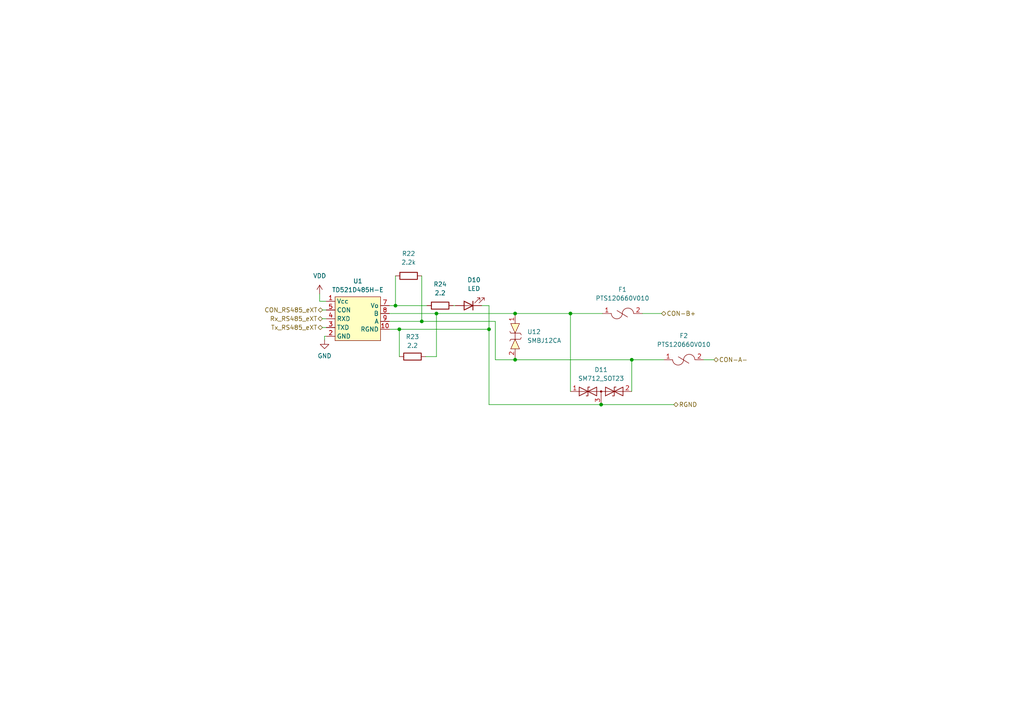
<source format=kicad_sch>
(kicad_sch (version 20230121) (generator eeschema)

  (uuid 615380be-0560-49f5-8259-733326042e88)

  (paper "A4")

  (lib_symbols
    (symbol "Device:LED" (pin_numbers hide) (pin_names (offset 1.016) hide) (in_bom yes) (on_board yes)
      (property "Reference" "D" (at 0 2.54 0)
        (effects (font (size 1.27 1.27)))
      )
      (property "Value" "LED" (at 0 -2.54 0)
        (effects (font (size 1.27 1.27)))
      )
      (property "Footprint" "" (at 0 0 0)
        (effects (font (size 1.27 1.27)) hide)
      )
      (property "Datasheet" "~" (at 0 0 0)
        (effects (font (size 1.27 1.27)) hide)
      )
      (property "ki_keywords" "LED diode" (at 0 0 0)
        (effects (font (size 1.27 1.27)) hide)
      )
      (property "ki_description" "Light emitting diode" (at 0 0 0)
        (effects (font (size 1.27 1.27)) hide)
      )
      (property "ki_fp_filters" "LED* LED_SMD:* LED_THT:*" (at 0 0 0)
        (effects (font (size 1.27 1.27)) hide)
      )
      (symbol "LED_0_1"
        (polyline
          (pts
            (xy -1.27 -1.27)
            (xy -1.27 1.27)
          )
          (stroke (width 0.254) (type default))
          (fill (type none))
        )
        (polyline
          (pts
            (xy -1.27 0)
            (xy 1.27 0)
          )
          (stroke (width 0) (type default))
          (fill (type none))
        )
        (polyline
          (pts
            (xy 1.27 -1.27)
            (xy 1.27 1.27)
            (xy -1.27 0)
            (xy 1.27 -1.27)
          )
          (stroke (width 0.254) (type default))
          (fill (type none))
        )
        (polyline
          (pts
            (xy -3.048 -0.762)
            (xy -4.572 -2.286)
            (xy -3.81 -2.286)
            (xy -4.572 -2.286)
            (xy -4.572 -1.524)
          )
          (stroke (width 0) (type default))
          (fill (type none))
        )
        (polyline
          (pts
            (xy -1.778 -0.762)
            (xy -3.302 -2.286)
            (xy -2.54 -2.286)
            (xy -3.302 -2.286)
            (xy -3.302 -1.524)
          )
          (stroke (width 0) (type default))
          (fill (type none))
        )
      )
      (symbol "LED_1_1"
        (pin passive line (at -3.81 0 0) (length 2.54)
          (name "K" (effects (font (size 1.27 1.27))))
          (number "1" (effects (font (size 1.27 1.27))))
        )
        (pin passive line (at 3.81 0 180) (length 2.54)
          (name "A" (effects (font (size 1.27 1.27))))
          (number "2" (effects (font (size 1.27 1.27))))
        )
      )
    )
    (symbol "Device:R" (pin_numbers hide) (pin_names (offset 0)) (in_bom yes) (on_board yes)
      (property "Reference" "R" (at 2.032 0 90)
        (effects (font (size 1.27 1.27)))
      )
      (property "Value" "R" (at 0 0 90)
        (effects (font (size 1.27 1.27)))
      )
      (property "Footprint" "" (at -1.778 0 90)
        (effects (font (size 1.27 1.27)) hide)
      )
      (property "Datasheet" "~" (at 0 0 0)
        (effects (font (size 1.27 1.27)) hide)
      )
      (property "ki_keywords" "R res resistor" (at 0 0 0)
        (effects (font (size 1.27 1.27)) hide)
      )
      (property "ki_description" "Resistor" (at 0 0 0)
        (effects (font (size 1.27 1.27)) hide)
      )
      (property "ki_fp_filters" "R_*" (at 0 0 0)
        (effects (font (size 1.27 1.27)) hide)
      )
      (symbol "R_0_1"
        (rectangle (start -1.016 -2.54) (end 1.016 2.54)
          (stroke (width 0.254) (type default))
          (fill (type none))
        )
      )
      (symbol "R_1_1"
        (pin passive line (at 0 3.81 270) (length 1.27)
          (name "~" (effects (font (size 1.27 1.27))))
          (number "1" (effects (font (size 1.27 1.27))))
        )
        (pin passive line (at 0 -3.81 90) (length 1.27)
          (name "~" (effects (font (size 1.27 1.27))))
          (number "2" (effects (font (size 1.27 1.27))))
        )
      )
    )
    (symbol "Diode:SM712_SOT23" (pin_names (offset 1.016) hide) (in_bom yes) (on_board yes)
      (property "Reference" "D" (at 0 4.445 0)
        (effects (font (size 1.27 1.27)))
      )
      (property "Value" "SM712_SOT23" (at 0 2.54 0)
        (effects (font (size 1.27 1.27)))
      )
      (property "Footprint" "Package_TO_SOT_SMD:SOT-23" (at 0 -8.89 0)
        (effects (font (size 1.27 1.27)) hide)
      )
      (property "Datasheet" "https://www.littelfuse.com/~/media/electronics/datasheets/tvs_diode_arrays/littelfuse_tvs_diode_array_sm712_datasheet.pdf.pdf" (at -3.81 0 0)
        (effects (font (size 1.27 1.27)) hide)
      )
      (property "ki_keywords" "transient voltage suppressor thyrector transil" (at 0 0 0)
        (effects (font (size 1.27 1.27)) hide)
      )
      (property "ki_description" "7V/12V, 600W Asymmetrical TVS Diode Array, SOT-23" (at 0 0 0)
        (effects (font (size 1.27 1.27)) hide)
      )
      (property "ki_fp_filters" "SOT?23*" (at 0 0 0)
        (effects (font (size 1.27 1.27)) hide)
      )
      (symbol "SM712_SOT23_0_0"
        (polyline
          (pts
            (xy 0 -1.27)
            (xy 0 0)
          )
          (stroke (width 0) (type default))
          (fill (type none))
        )
      )
      (symbol "SM712_SOT23_0_1"
        (polyline
          (pts
            (xy -6.35 0)
            (xy 6.35 0)
          )
          (stroke (width 0) (type default))
          (fill (type none))
        )
        (polyline
          (pts
            (xy -3.302 1.27)
            (xy -3.81 1.27)
            (xy -3.81 -1.27)
            (xy -4.318 -1.27)
          )
          (stroke (width 0.2032) (type default))
          (fill (type none))
        )
        (polyline
          (pts
            (xy 4.318 1.27)
            (xy 3.81 1.27)
            (xy 3.81 -1.27)
            (xy 3.302 -1.27)
          )
          (stroke (width 0.2032) (type default))
          (fill (type none))
        )
        (polyline
          (pts
            (xy -6.35 -1.27)
            (xy -1.27 1.27)
            (xy -1.27 -1.27)
            (xy -6.35 1.27)
            (xy -6.35 -1.27)
          )
          (stroke (width 0.2032) (type default))
          (fill (type none))
        )
        (polyline
          (pts
            (xy 1.27 -1.27)
            (xy 1.27 1.27)
            (xy 6.35 -1.27)
            (xy 6.35 1.27)
            (xy 1.27 -1.27)
          )
          (stroke (width 0.2032) (type default))
          (fill (type none))
        )
        (circle (center 0 0) (radius 0.254)
          (stroke (width 0) (type default))
          (fill (type outline))
        )
      )
      (symbol "SM712_SOT23_1_1"
        (pin passive line (at -8.89 0 0) (length 2.54)
          (name "A1" (effects (font (size 1.27 1.27))))
          (number "1" (effects (font (size 1.27 1.27))))
        )
        (pin passive line (at 8.89 0 180) (length 2.54)
          (name "A2" (effects (font (size 1.27 1.27))))
          (number "2" (effects (font (size 1.27 1.27))))
        )
        (pin input line (at 0 -3.81 90) (length 2.54)
          (name "common" (effects (font (size 1.27 1.27))))
          (number "3" (effects (font (size 1.27 1.27))))
        )
      )
    )
    (symbol "nuevos simvolos:PTS120660V010" (in_bom yes) (on_board yes)
      (property "Reference" "F" (at 0 -2.54 0)
        (effects (font (size 1.27 1.27)))
      )
      (property "Value" "PTS120660V010" (at 0 -4.064 0)
        (effects (font (size 1.27 1.27)))
      )
      (property "Footprint" "Nueva carpeta:RESC3115X65N" (at 0 -2.54 0)
        (effects (font (size 1.27 1.27)) hide)
      )
      (property "Datasheet" "https://www.mouser.com/datasheet/2/87/eaton_pts1206_6_60_volt_dc_surface_mount_resettabl-1608737.pdf" (at 0 -2.54 0)
        (effects (font (size 1.27 1.27)) hide)
      )
      (symbol "PTS120660V010_0_1"
        (arc (start -3.1877 0) (mid -1.5689 -1.5407) (end 0 0.0508)
          (stroke (width 0) (type default))
          (fill (type none))
        )
        (polyline
          (pts
            (xy -1.524 0.8636)
            (xy 1.524 -1.016)
          )
          (stroke (width 0) (type default))
          (fill (type none))
        )
        (arc (start 3.2766 0) (mid 1.6623 1.5705) (end 0 0.0508)
          (stroke (width 0) (type default))
          (fill (type none))
        )
      )
      (symbol "PTS120660V010_1_1"
        (pin input line (at -5.7404 0 0) (length 2.54)
          (name "" (effects (font (size 1.27 1.27))))
          (number "1" (effects (font (size 1.27 1.27))))
        )
        (pin output line (at 5.842 0 180) (length 2.54)
          (name "" (effects (font (size 1.27 1.27))))
          (number "2" (effects (font (size 1.27 1.27))))
        )
      )
    )
    (symbol "nuevos simvolos:SMBJ12CA" (in_bom yes) (on_board yes)
      (property "Reference" "U" (at 6.858 5.588 0)
        (effects (font (size 1.27 1.27)))
      )
      (property "Value" "SMBJ12CA" (at 6.858 4.064 0)
        (effects (font (size 1.27 1.27)))
      )
      (property "Footprint" "nuevo simbolo:SMBJ12CA" (at 6.858 5.588 0)
        (effects (font (size 1.27 1.27)) hide)
      )
      (property "Datasheet" "https://pdf1.alldatasheet.com/datasheet-pdf/view/568474/SOCAY/SMBJ12CA.html" (at 6.858 5.588 0)
        (effects (font (size 1.27 1.27)) hide)
      )
      (symbol "SMBJ12CA_0_1"
        (polyline
          (pts
            (xy 0 7.366)
            (xy 0 5.588)
          )
          (stroke (width 0) (type default))
          (fill (type none))
        )
        (polyline
          (pts
            (xy -1.524 5.08)
            (xy -1.27 5.588)
            (xy 1.524 5.588)
            (xy 1.778 6.096)
          )
          (stroke (width 0) (type default))
          (fill (type none))
        )
        (polyline
          (pts
            (xy -1.524 7.874)
            (xy -1.27 7.366)
            (xy 1.524 7.366)
            (xy 1.778 6.858)
          )
          (stroke (width 0) (type default))
          (fill (type none))
        )
        (polyline
          (pts
            (xy 0 5.588)
            (xy -1.27 2.794)
            (xy 1.27 2.794)
            (xy 0 5.588)
          )
          (stroke (width 0) (type default))
          (fill (type background))
        )
        (polyline
          (pts
            (xy 0 7.366)
            (xy -1.27 10.16)
            (xy 1.27 10.16)
            (xy 0 7.366)
          )
          (stroke (width 0) (type default))
          (fill (type background))
        )
      )
      (symbol "SMBJ12CA_1_1"
        (pin bidirectional line (at 0 12.7 270) (length 2.54)
          (name "" (effects (font (size 1.27 1.27))))
          (number "1" (effects (font (size 1.27 1.27))))
        )
        (pin bidirectional line (at 0 0.254 90) (length 2.54)
          (name "" (effects (font (size 1.27 1.27))))
          (number "2" (effects (font (size 1.27 1.27))))
        )
      )
    )
    (symbol "nuevos simvolos:TD521D485H-E" (in_bom yes) (on_board yes)
      (property "Reference" "U" (at 0 0 0)
        (effects (font (size 1.27 1.27)))
      )
      (property "Value" "TD521D485H-E" (at 0.254 -1.524 0)
        (effects (font (size 1.27 1.27)))
      )
      (property "Footprint" "nuevo simbolo:TD521D485H-E" (at 0 0 0)
        (effects (font (size 1.27 1.27)) hide)
      )
      (property "Datasheet" "https://www.digchip.com/datasheets/parts/datasheet/2/1007/TD521D485H-E-pdf.php" (at 0 0 0)
        (effects (font (size 1.27 1.27)) hide)
      )
      (symbol "TD521D485H-E_0_1"
        (rectangle (start -6.35 14.224) (end 6.858 1.524)
          (stroke (width 0) (type default))
          (fill (type background))
        )
      )
      (symbol "TD521D485H-E_1_1"
        (pin input line (at -8.89 12.954 0) (length 2.54)
          (name "Vcc" (effects (font (size 1.27 1.27))))
          (number "1" (effects (font (size 1.27 1.27))))
        )
        (pin output line (at 9.398 4.826 180) (length 2.54)
          (name "RGND" (effects (font (size 1.27 1.27))))
          (number "10" (effects (font (size 1.27 1.27))))
        )
        (pin output line (at -8.89 2.794 0) (length 2.54)
          (name "GND" (effects (font (size 1.27 1.27))))
          (number "2" (effects (font (size 1.27 1.27))))
        )
        (pin bidirectional line (at -8.89 5.334 0) (length 2.54)
          (name "TXD" (effects (font (size 1.27 1.27))))
          (number "3" (effects (font (size 1.27 1.27))))
        )
        (pin bidirectional line (at -8.89 7.874 0) (length 2.54)
          (name "RXD" (effects (font (size 1.27 1.27))))
          (number "4" (effects (font (size 1.27 1.27))))
        )
        (pin bidirectional line (at -8.89 10.414 0) (length 2.54)
          (name "CON" (effects (font (size 1.27 1.27))))
          (number "5" (effects (font (size 1.27 1.27))))
        )
        (pin output line (at 9.398 11.684 180) (length 2.54)
          (name "Vo" (effects (font (size 1.27 1.27))))
          (number "7" (effects (font (size 1.27 1.27))))
        )
        (pin bidirectional line (at 9.398 9.398 180) (length 2.54)
          (name "B" (effects (font (size 1.27 1.27))))
          (number "8" (effects (font (size 1.27 1.27))))
        )
        (pin bidirectional line (at 9.398 7.112 180) (length 2.54)
          (name "A" (effects (font (size 1.27 1.27))))
          (number "9" (effects (font (size 1.27 1.27))))
        )
      )
    )
    (symbol "power:GND" (power) (pin_names (offset 0)) (in_bom yes) (on_board yes)
      (property "Reference" "#PWR" (at 0 -6.35 0)
        (effects (font (size 1.27 1.27)) hide)
      )
      (property "Value" "GND" (at 0 -3.81 0)
        (effects (font (size 1.27 1.27)))
      )
      (property "Footprint" "" (at 0 0 0)
        (effects (font (size 1.27 1.27)) hide)
      )
      (property "Datasheet" "" (at 0 0 0)
        (effects (font (size 1.27 1.27)) hide)
      )
      (property "ki_keywords" "power-flag" (at 0 0 0)
        (effects (font (size 1.27 1.27)) hide)
      )
      (property "ki_description" "Power symbol creates a global label with name \"GND\" , ground" (at 0 0 0)
        (effects (font (size 1.27 1.27)) hide)
      )
      (symbol "GND_0_1"
        (polyline
          (pts
            (xy 0 0)
            (xy 0 -1.27)
            (xy 1.27 -1.27)
            (xy 0 -2.54)
            (xy -1.27 -1.27)
            (xy 0 -1.27)
          )
          (stroke (width 0) (type default))
          (fill (type none))
        )
      )
      (symbol "GND_1_1"
        (pin power_in line (at 0 0 270) (length 0) hide
          (name "GND" (effects (font (size 1.27 1.27))))
          (number "1" (effects (font (size 1.27 1.27))))
        )
      )
    )
    (symbol "power:VDD" (power) (pin_names (offset 0)) (in_bom yes) (on_board yes)
      (property "Reference" "#PWR" (at 0 -3.81 0)
        (effects (font (size 1.27 1.27)) hide)
      )
      (property "Value" "VDD" (at 0 3.81 0)
        (effects (font (size 1.27 1.27)))
      )
      (property "Footprint" "" (at 0 0 0)
        (effects (font (size 1.27 1.27)) hide)
      )
      (property "Datasheet" "" (at 0 0 0)
        (effects (font (size 1.27 1.27)) hide)
      )
      (property "ki_keywords" "global power" (at 0 0 0)
        (effects (font (size 1.27 1.27)) hide)
      )
      (property "ki_description" "Power symbol creates a global label with name \"VDD\"" (at 0 0 0)
        (effects (font (size 1.27 1.27)) hide)
      )
      (symbol "VDD_0_1"
        (polyline
          (pts
            (xy -0.762 1.27)
            (xy 0 2.54)
          )
          (stroke (width 0) (type default))
          (fill (type none))
        )
        (polyline
          (pts
            (xy 0 0)
            (xy 0 2.54)
          )
          (stroke (width 0) (type default))
          (fill (type none))
        )
        (polyline
          (pts
            (xy 0 2.54)
            (xy 0.762 1.27)
          )
          (stroke (width 0) (type default))
          (fill (type none))
        )
      )
      (symbol "VDD_1_1"
        (pin power_in line (at 0 0 90) (length 0) hide
          (name "VDD" (effects (font (size 1.27 1.27))))
          (number "1" (effects (font (size 1.27 1.27))))
        )
      )
    )
  )

  (junction (at 165.4556 90.932) (diameter 0) (color 0 0 0 0)
    (uuid 0d2654cc-7ce4-4edb-82d6-333e6e957b6a)
  )
  (junction (at 149.4028 104.3432) (diameter 0) (color 0 0 0 0)
    (uuid 275ee9da-6e59-47bc-81fc-e1ed6d4516af)
  )
  (junction (at 114.7064 88.646) (diameter 0) (color 0 0 0 0)
    (uuid 4a1ced73-208e-4ba2-8a61-9a0cae26a11c)
  )
  (junction (at 115.824 95.504) (diameter 0) (color 0 0 0 0)
    (uuid 6a6eae40-2699-467e-a6d0-8be602f68a4f)
  )
  (junction (at 174.3456 117.348) (diameter 0) (color 0 0 0 0)
    (uuid 84cf8bf0-317d-47ac-87a1-4ce3e9fec57b)
  )
  (junction (at 149.4028 90.932) (diameter 0) (color 0 0 0 0)
    (uuid 8611181f-ab0d-4c10-afde-dcfb398f788c)
  )
  (junction (at 122.3264 93.218) (diameter 0) (color 0 0 0 0)
    (uuid 8940aa34-8357-456a-8d0f-627d578c3569)
  )
  (junction (at 141.8336 95.504) (diameter 0) (color 0 0 0 0)
    (uuid 95c7c4cd-bdfe-4b2b-8b61-113aff4162ac)
  )
  (junction (at 126.5936 90.932) (diameter 0) (color 0 0 0 0)
    (uuid cc4c22da-2c75-482c-9aa1-8218cd407fe2)
  )
  (junction (at 183.2356 104.3432) (diameter 0) (color 0 0 0 0)
    (uuid ceb76d2d-7c5f-4e46-a832-7e35b8b85e47)
  )

  (wire (pts (xy 93.5228 92.456) (xy 94.6404 92.456))
    (stroke (width 0) (type default))
    (uuid 1236a76a-3250-454a-b6b7-f4c6767e53da)
  )
  (wire (pts (xy 165.4556 113.538) (xy 165.4556 90.932))
    (stroke (width 0) (type default))
    (uuid 129b04bd-1cf8-4434-ad99-d3c3c5a13667)
  )
  (wire (pts (xy 115.824 95.504) (xy 115.824 103.4288))
    (stroke (width 0) (type default))
    (uuid 13333bd4-6b41-4176-b8ec-94f96c8b98f0)
  )
  (wire (pts (xy 94.1324 97.536) (xy 94.6404 97.536))
    (stroke (width 0) (type default))
    (uuid 165e5ff0-bd91-4d13-bac8-d13733205fc1)
  )
  (wire (pts (xy 114.7064 80.01) (xy 114.7064 88.646))
    (stroke (width 0) (type default))
    (uuid 1664dbe7-2949-494c-84ad-83f55090145d)
  )
  (wire (pts (xy 139.7 88.646) (xy 141.8336 88.646))
    (stroke (width 0) (type default))
    (uuid 1d9adbad-66d6-4d1e-9612-97bf409d1715)
  )
  (wire (pts (xy 122.3264 80.01) (xy 122.3264 93.218))
    (stroke (width 0) (type default))
    (uuid 2054ea15-15fd-4f9e-a33e-c918761bccd5)
  )
  (wire (pts (xy 183.2356 104.3432) (xy 192.532 104.3432))
    (stroke (width 0) (type default))
    (uuid 21197a47-a145-4694-bff9-6bba66f141d3)
  )
  (wire (pts (xy 131.4704 88.646) (xy 132.08 88.646))
    (stroke (width 0) (type default))
    (uuid 2166ed2d-dfec-4fc0-8a77-df1f53968ef6)
  )
  (wire (pts (xy 174.3456 117.348) (xy 141.8336 117.348))
    (stroke (width 0) (type default))
    (uuid 2fbaa16b-6598-498d-89b7-15a2eaaaf807)
  )
  (wire (pts (xy 143.6624 104.3432) (xy 143.6624 93.218))
    (stroke (width 0) (type default))
    (uuid 31415139-a66b-4119-928c-1bae1b53b3e6)
  )
  (wire (pts (xy 165.4556 90.932) (xy 149.4028 90.932))
    (stroke (width 0) (type default))
    (uuid 318c495e-fe1f-4963-9ebb-1a9ae91ed095)
  )
  (wire (pts (xy 143.6624 93.218) (xy 122.3264 93.218))
    (stroke (width 0) (type default))
    (uuid 3277b535-0a16-40f3-86e1-1c0cb019cf9a)
  )
  (wire (pts (xy 149.4028 91.2876) (xy 149.4028 90.932))
    (stroke (width 0) (type default))
    (uuid 333c192d-4e6f-4f41-a69b-89d94be54186)
  )
  (wire (pts (xy 183.2356 113.538) (xy 183.2356 104.3432))
    (stroke (width 0) (type default))
    (uuid 3766ea73-197d-403f-8d39-72108af60639)
  )
  (wire (pts (xy 204.1144 104.3432) (xy 207.0608 104.3432))
    (stroke (width 0) (type default))
    (uuid 3b764fa5-4a56-40b0-a92d-2a63d2250e50)
  )
  (wire (pts (xy 122.3264 93.218) (xy 112.9284 93.218))
    (stroke (width 0) (type default))
    (uuid 3fa40471-aeb3-4712-8e33-3cf2de130023)
  )
  (wire (pts (xy 93.5228 94.996) (xy 94.6404 94.996))
    (stroke (width 0) (type default))
    (uuid 411033de-48f4-48f1-b296-af6ba769e22f)
  )
  (wire (pts (xy 149.4028 103.7336) (xy 149.4028 104.3432))
    (stroke (width 0) (type default))
    (uuid 460b1ea9-360e-4a80-9bd0-fd2b79d23acb)
  )
  (wire (pts (xy 92.71 85.2424) (xy 92.71 87.376))
    (stroke (width 0) (type default))
    (uuid 5dcafedd-47c6-448a-8cd6-f5438828906d)
  )
  (wire (pts (xy 141.8336 95.504) (xy 115.824 95.504))
    (stroke (width 0) (type default))
    (uuid 66f6fd57-b013-4adc-9429-34e46200ea70)
  )
  (wire (pts (xy 92.71 87.376) (xy 94.6404 87.376))
    (stroke (width 0) (type default))
    (uuid 687f993e-4415-45a4-ac6d-bc9df29919ee)
  )
  (wire (pts (xy 93.5736 89.916) (xy 94.6404 89.916))
    (stroke (width 0) (type default))
    (uuid 767d54dd-a87b-4b35-bd17-cae020674a5d)
  )
  (wire (pts (xy 126.5936 90.932) (xy 126.5936 103.4288))
    (stroke (width 0) (type default))
    (uuid 82b57d37-3644-4626-95c3-99d0125fc029)
  )
  (wire (pts (xy 149.4028 104.3432) (xy 143.6624 104.3432))
    (stroke (width 0) (type default))
    (uuid 8af700b1-8391-4add-97c4-adb45e04adb0)
  )
  (wire (pts (xy 149.4028 90.932) (xy 126.5936 90.932))
    (stroke (width 0) (type default))
    (uuid 940ec1c3-54d0-4338-92f5-f8e0ecfa10b6)
  )
  (wire (pts (xy 191.8716 90.932) (xy 186.3344 90.932))
    (stroke (width 0) (type default))
    (uuid 97b08636-28d8-48c0-9e5c-1c8acc15d1df)
  )
  (wire (pts (xy 112.9284 88.646) (xy 114.7064 88.646))
    (stroke (width 0) (type default))
    (uuid 9abeee11-e0f5-4bff-88c6-5dbac6208966)
  )
  (wire (pts (xy 126.5936 103.4288) (xy 123.444 103.4288))
    (stroke (width 0) (type default))
    (uuid 9e5c3d3b-cd20-44ca-8578-90d2c2a5982c)
  )
  (wire (pts (xy 165.4556 90.932) (xy 174.752 90.932))
    (stroke (width 0) (type default))
    (uuid b6a0b980-dc1b-40a9-930c-e3cda8ef99aa)
  )
  (wire (pts (xy 183.2356 104.3432) (xy 149.4028 104.3432))
    (stroke (width 0) (type default))
    (uuid c1e2fe1c-fc47-4ad7-841f-c75da81d6dc7)
  )
  (wire (pts (xy 114.7064 88.646) (xy 123.8504 88.646))
    (stroke (width 0) (type default))
    (uuid c9cf71cb-c96c-433f-9bf2-d3af98c7cb80)
  )
  (wire (pts (xy 112.9284 90.932) (xy 126.5936 90.932))
    (stroke (width 0) (type default))
    (uuid e463a304-04f0-4122-b20d-c6497a12f263)
  )
  (wire (pts (xy 174.3456 117.348) (xy 195.4276 117.348))
    (stroke (width 0) (type default))
    (uuid e883ca4d-f5b2-40c3-b469-85bad8d91b4d)
  )
  (wire (pts (xy 94.1324 98.6028) (xy 94.1324 97.536))
    (stroke (width 0) (type default))
    (uuid ea4db5c1-b57c-4429-8838-86bc739da0b6)
  )
  (wire (pts (xy 141.8336 117.348) (xy 141.8336 95.504))
    (stroke (width 0) (type default))
    (uuid f9b07d13-f603-4353-9927-abb94b1afe0c)
  )
  (wire (pts (xy 141.8336 88.646) (xy 141.8336 95.504))
    (stroke (width 0) (type default))
    (uuid fb919617-c953-4ca8-af34-57ef40344712)
  )
  (wire (pts (xy 112.9284 95.504) (xy 115.824 95.504))
    (stroke (width 0) (type default))
    (uuid ff33f357-abda-40fc-8068-db851797e70f)
  )

  (hierarchical_label "CON-B+" (shape bidirectional) (at 191.8716 90.932 0) (fields_autoplaced)
    (effects (font (size 1.27 1.27)) (justify left))
    (uuid 0ce68a8d-d283-4f13-8e7d-647af3bb5ff3)
  )
  (hierarchical_label "Tx_RS485_eXT" (shape bidirectional) (at 93.5228 94.996 180) (fields_autoplaced)
    (effects (font (size 1.27 1.27)) (justify right))
    (uuid 4ec52913-42b4-4c6f-9781-28f426b735f7)
  )
  (hierarchical_label "RGND" (shape bidirectional) (at 195.4276 117.348 0) (fields_autoplaced)
    (effects (font (size 1.27 1.27)) (justify left))
    (uuid 769e8e35-92f8-408d-84db-50e2af48dbc0)
  )
  (hierarchical_label "CON-A-" (shape bidirectional) (at 207.0608 104.3432 0) (fields_autoplaced)
    (effects (font (size 1.27 1.27)) (justify left))
    (uuid a9b84891-808e-4d6d-b6ee-5c102484062c)
  )
  (hierarchical_label "CON_RS485_eXT" (shape bidirectional) (at 93.5736 89.916 180) (fields_autoplaced)
    (effects (font (size 1.27 1.27)) (justify right))
    (uuid e5fbf8ae-db83-4c7b-baee-735dd1bee122)
  )
  (hierarchical_label "Rx_RS485_eXT" (shape bidirectional) (at 93.5228 92.456 180) (fields_autoplaced)
    (effects (font (size 1.27 1.27)) (justify right))
    (uuid f99a6ae2-a1dc-4f8d-9ed0-4b7180563f61)
  )

  (symbol (lib_id "Device:R") (at 118.5164 80.01 90) (unit 1)
    (in_bom yes) (on_board yes) (dnp no) (fields_autoplaced)
    (uuid 02732fd5-53a5-4134-ab3e-6a9d385388ad)
    (property "Reference" "R22" (at 118.5164 73.5584 90)
      (effects (font (size 1.27 1.27)))
    )
    (property "Value" "2.2k" (at 118.5164 76.0984 90)
      (effects (font (size 1.27 1.27)))
    )
    (property "Footprint" "Resistor_SMD:R_0805_2012Metric" (at 118.5164 81.788 90)
      (effects (font (size 1.27 1.27)) hide)
    )
    (property "Datasheet" "~" (at 118.5164 80.01 0)
      (effects (font (size 1.27 1.27)) hide)
    )
    (pin "1" (uuid 9fc281e1-d00f-4291-b6ee-507be15141e9))
    (pin "2" (uuid 079a5715-852e-4dd1-b408-7368eb27491e))
    (instances
      (project "proyecto de cuatrinestre"
        (path "/5533fec0-65a9-420e-b1e7-3a10cfc49861/2e91ef27-84bf-495f-b512-e0588cb6ef68/a0ef96df-42ca-40d1-b644-882a21ebc6a0"
          (reference "R22") (unit 1)
        )
      )
    )
  )

  (symbol (lib_id "nuevos simvolos:SMBJ12CA") (at 149.4028 103.9876 0) (unit 1)
    (in_bom yes) (on_board yes) (dnp no) (fields_autoplaced)
    (uuid 13fde627-6f26-4ff4-9198-0f95ea15fac4)
    (property "Reference" "U12" (at 152.908 96.2405 0)
      (effects (font (size 1.27 1.27)) (justify left))
    )
    (property "Value" "SMBJ12CA" (at 152.908 98.7805 0)
      (effects (font (size 1.27 1.27)) (justify left))
    )
    (property "Footprint" "nuevo simbolo:SMBJ12CA" (at 156.2608 98.3996 0)
      (effects (font (size 1.27 1.27)) hide)
    )
    (property "Datasheet" "https://pdf1.alldatasheet.com/datasheet-pdf/view/568474/SOCAY/SMBJ12CA.html" (at 156.2608 98.3996 0)
      (effects (font (size 1.27 1.27)) hide)
    )
    (pin "1" (uuid 7b6fb790-8644-41d4-9979-55e589626fdc))
    (pin "2" (uuid 8c9b6eba-b299-4614-99f3-838dfbe10bd5))
    (instances
      (project "proyecto de cuatrinestre"
        (path "/5533fec0-65a9-420e-b1e7-3a10cfc49861/2e91ef27-84bf-495f-b512-e0588cb6ef68/a0ef96df-42ca-40d1-b644-882a21ebc6a0"
          (reference "U12") (unit 1)
        )
      )
    )
  )

  (symbol (lib_id "power:GND") (at 94.1324 98.6028 0) (unit 1)
    (in_bom yes) (on_board yes) (dnp no) (fields_autoplaced)
    (uuid 36081510-f4c2-4284-894f-6f167cbdd8cf)
    (property "Reference" "#PWR0132" (at 94.1324 104.9528 0)
      (effects (font (size 1.27 1.27)) hide)
    )
    (property "Value" "GND" (at 94.1324 103.2256 0)
      (effects (font (size 1.27 1.27)))
    )
    (property "Footprint" "" (at 94.1324 98.6028 0)
      (effects (font (size 1.27 1.27)) hide)
    )
    (property "Datasheet" "" (at 94.1324 98.6028 0)
      (effects (font (size 1.27 1.27)) hide)
    )
    (pin "1" (uuid cd197b6a-db4a-4bc7-9024-6b4164f71f7e))
    (instances
      (project "proyecto de cuatrinestre"
        (path "/5533fec0-65a9-420e-b1e7-3a10cfc49861/2e91ef27-84bf-495f-b512-e0588cb6ef68/a0ef96df-42ca-40d1-b644-882a21ebc6a0"
          (reference "#PWR0132") (unit 1)
        )
      )
    )
  )

  (symbol (lib_id "nuevos simvolos:PTS120660V010") (at 198.2724 104.3432 0) (unit 1)
    (in_bom yes) (on_board yes) (dnp no) (fields_autoplaced)
    (uuid 640d9423-93c6-4203-a09b-215fce2b2079)
    (property "Reference" "F2" (at 198.3232 97.3836 0)
      (effects (font (size 1.27 1.27)))
    )
    (property "Value" "PTS120660V010" (at 198.3232 99.9236 0)
      (effects (font (size 1.27 1.27)))
    )
    (property "Footprint" "Nueva carpeta:RESC3115X65N" (at 198.2724 106.8832 0)
      (effects (font (size 1.27 1.27)) hide)
    )
    (property "Datasheet" "https://www.mouser.com/datasheet/2/87/eaton_pts1206_6_60_volt_dc_surface_mount_resettabl-1608737.pdf" (at 198.2724 106.8832 0)
      (effects (font (size 1.27 1.27)) hide)
    )
    (pin "1" (uuid 86dc91ab-012b-4a67-86bd-de7f6327a29c))
    (pin "2" (uuid 865604ec-edb8-40cd-8331-7f7bbe531ea9))
    (instances
      (project "proyecto de cuatrinestre"
        (path "/5533fec0-65a9-420e-b1e7-3a10cfc49861/2e91ef27-84bf-495f-b512-e0588cb6ef68/a0ef96df-42ca-40d1-b644-882a21ebc6a0"
          (reference "F2") (unit 1)
        )
      )
    )
  )

  (symbol (lib_id "Device:R") (at 119.634 103.4288 90) (unit 1)
    (in_bom yes) (on_board yes) (dnp no) (fields_autoplaced)
    (uuid bf0e9db1-e458-4703-a890-6799d2547aa7)
    (property "Reference" "R23" (at 119.634 97.6884 90)
      (effects (font (size 1.27 1.27)))
    )
    (property "Value" "2.2" (at 119.634 100.2284 90)
      (effects (font (size 1.27 1.27)))
    )
    (property "Footprint" "Resistor_SMD:R_0805_2012Metric" (at 119.634 105.2068 90)
      (effects (font (size 1.27 1.27)) hide)
    )
    (property "Datasheet" "~" (at 119.634 103.4288 0)
      (effects (font (size 1.27 1.27)) hide)
    )
    (pin "1" (uuid a4c3b44d-a58f-4baa-b30a-4fcabb74b09b))
    (pin "2" (uuid f27ffdc5-4787-430d-ab92-565fcfcd1855))
    (instances
      (project "proyecto de cuatrinestre"
        (path "/5533fec0-65a9-420e-b1e7-3a10cfc49861/2e91ef27-84bf-495f-b512-e0588cb6ef68/a0ef96df-42ca-40d1-b644-882a21ebc6a0"
          (reference "R23") (unit 1)
        )
      )
    )
  )

  (symbol (lib_id "Device:R") (at 127.6604 88.646 90) (unit 1)
    (in_bom yes) (on_board yes) (dnp no) (fields_autoplaced)
    (uuid c6b95e4e-55fd-46b6-99bc-1c028d92ff5c)
    (property "Reference" "R24" (at 127.6604 82.4484 90)
      (effects (font (size 1.27 1.27)))
    )
    (property "Value" "2.2" (at 127.6604 84.9884 90)
      (effects (font (size 1.27 1.27)))
    )
    (property "Footprint" "Resistor_SMD:R_0805_2012Metric" (at 127.6604 90.424 90)
      (effects (font (size 1.27 1.27)) hide)
    )
    (property "Datasheet" "~" (at 127.6604 88.646 0)
      (effects (font (size 1.27 1.27)) hide)
    )
    (pin "1" (uuid 612ccc05-ceac-4a36-9720-a886a265040d))
    (pin "2" (uuid 7ee2024b-341b-4373-bea4-78944679295f))
    (instances
      (project "proyecto de cuatrinestre"
        (path "/5533fec0-65a9-420e-b1e7-3a10cfc49861/2e91ef27-84bf-495f-b512-e0588cb6ef68/a0ef96df-42ca-40d1-b644-882a21ebc6a0"
          (reference "R24") (unit 1)
        )
      )
    )
  )

  (symbol (lib_id "nuevos simvolos:PTS120660V010") (at 180.4924 90.932 0) (unit 1)
    (in_bom yes) (on_board yes) (dnp no) (fields_autoplaced)
    (uuid c97dcd25-c186-4f55-86a9-d012d0467721)
    (property "Reference" "F1" (at 180.5432 83.9724 0)
      (effects (font (size 1.27 1.27)))
    )
    (property "Value" "PTS120660V010" (at 180.5432 86.5124 0)
      (effects (font (size 1.27 1.27)))
    )
    (property "Footprint" "Nueva carpeta:RESC3115X65N" (at 180.4924 93.472 0)
      (effects (font (size 1.27 1.27)) hide)
    )
    (property "Datasheet" "https://www.mouser.com/datasheet/2/87/eaton_pts1206_6_60_volt_dc_surface_mount_resettabl-1608737.pdf" (at 180.4924 93.472 0)
      (effects (font (size 1.27 1.27)) hide)
    )
    (pin "1" (uuid 2ea1b044-abb4-48d5-844f-10d029926dd2))
    (pin "2" (uuid 1231b27b-9f94-46ca-8fde-542abb0f2f5b))
    (instances
      (project "proyecto de cuatrinestre"
        (path "/5533fec0-65a9-420e-b1e7-3a10cfc49861/2e91ef27-84bf-495f-b512-e0588cb6ef68/a0ef96df-42ca-40d1-b644-882a21ebc6a0"
          (reference "F1") (unit 1)
        )
      )
    )
  )

  (symbol (lib_id "nuevos simvolos:TD521D485H-E") (at 103.5304 100.33 0) (unit 1)
    (in_bom yes) (on_board yes) (dnp no) (fields_autoplaced)
    (uuid cb34d079-9450-4d36-aaae-9badd29f9b57)
    (property "Reference" "U1" (at 103.7844 81.534 0)
      (effects (font (size 1.27 1.27)))
    )
    (property "Value" "TD521D485H-E" (at 103.7844 84.074 0)
      (effects (font (size 1.27 1.27)))
    )
    (property "Footprint" "nuevo simbolo:TD521D485H-E" (at 103.5304 100.33 0)
      (effects (font (size 1.27 1.27)) hide)
    )
    (property "Datasheet" "https://www.digchip.com/datasheets/parts/datasheet/2/1007/TD521D485H-E-pdf.php" (at 103.5304 100.33 0)
      (effects (font (size 1.27 1.27)) hide)
    )
    (pin "1" (uuid 30bb1944-8c02-475f-90a2-0e9acd78b621))
    (pin "10" (uuid 464eab78-d21d-4c4f-9163-6e1a632cde1d))
    (pin "2" (uuid 9ecff85e-c2cb-40d1-b6f9-dffcf2b7d616))
    (pin "3" (uuid 1739224a-424f-4a03-9cc2-b6684ea89a68))
    (pin "4" (uuid 50cf9799-1c61-4216-862c-2ff06e80ffa0))
    (pin "5" (uuid 3011ada2-7fee-4fc5-bb3c-e0975e0f6297))
    (pin "7" (uuid e1765890-c8bd-4c8b-bcb7-c6fae74433e8))
    (pin "8" (uuid 7e3b077e-ef86-4754-bbab-2a375e69766f))
    (pin "9" (uuid cecbb1f9-daa8-46cc-901c-e1eb57ff6391))
    (instances
      (project "proyecto de cuatrinestre"
        (path "/5533fec0-65a9-420e-b1e7-3a10cfc49861/2e91ef27-84bf-495f-b512-e0588cb6ef68/a0ef96df-42ca-40d1-b644-882a21ebc6a0"
          (reference "U1") (unit 1)
        )
      )
    )
  )

  (symbol (lib_id "power:VDD") (at 92.71 85.2424 0) (unit 1)
    (in_bom yes) (on_board yes) (dnp no) (fields_autoplaced)
    (uuid e277f0fa-92c9-4ff3-8164-a86ea6e6e928)
    (property "Reference" "#PWR01" (at 92.71 89.0524 0)
      (effects (font (size 1.27 1.27)) hide)
    )
    (property "Value" "VDD" (at 92.71 80.01 0)
      (effects (font (size 1.27 1.27)))
    )
    (property "Footprint" "" (at 92.71 85.2424 0)
      (effects (font (size 1.27 1.27)) hide)
    )
    (property "Datasheet" "" (at 92.71 85.2424 0)
      (effects (font (size 1.27 1.27)) hide)
    )
    (pin "1" (uuid 5b8056ee-bce6-4213-80aa-368deae96a6a))
    (instances
      (project "proyecto de cuatrinestre"
        (path "/5533fec0-65a9-420e-b1e7-3a10cfc49861/2e91ef27-84bf-495f-b512-e0588cb6ef68/a0ef96df-42ca-40d1-b644-882a21ebc6a0"
          (reference "#PWR01") (unit 1)
        )
      )
    )
  )

  (symbol (lib_id "Device:LED") (at 135.89 88.646 180) (unit 1)
    (in_bom yes) (on_board yes) (dnp no) (fields_autoplaced)
    (uuid e52bf953-a6df-49b8-9bf2-62f33f6324f0)
    (property "Reference" "D10" (at 137.4775 81.1784 0)
      (effects (font (size 1.27 1.27)))
    )
    (property "Value" "LED" (at 137.4775 83.7184 0)
      (effects (font (size 1.27 1.27)))
    )
    (property "Footprint" "LED_SMD:LED_0805_2012Metric" (at 135.89 88.646 0)
      (effects (font (size 1.27 1.27)) hide)
    )
    (property "Datasheet" "~" (at 135.89 88.646 0)
      (effects (font (size 1.27 1.27)) hide)
    )
    (pin "1" (uuid 3c12a07f-196e-4ab9-bdaf-0e087b5e82ea))
    (pin "2" (uuid 8a68178d-df8f-4a08-94a1-cf9f800c0afb))
    (instances
      (project "proyecto de cuatrinestre"
        (path "/5533fec0-65a9-420e-b1e7-3a10cfc49861/2e91ef27-84bf-495f-b512-e0588cb6ef68/a0ef96df-42ca-40d1-b644-882a21ebc6a0"
          (reference "D10") (unit 1)
        )
      )
    )
  )

  (symbol (lib_id "Diode:SM712_SOT23") (at 174.3456 113.538 0) (unit 1)
    (in_bom yes) (on_board yes) (dnp no) (fields_autoplaced)
    (uuid ff9e8675-bb51-4de4-a05a-6e1603258b72)
    (property "Reference" "D11" (at 174.3456 107.2388 0)
      (effects (font (size 1.27 1.27)))
    )
    (property "Value" "SM712_SOT23" (at 174.3456 109.7788 0)
      (effects (font (size 1.27 1.27)))
    )
    (property "Footprint" "Package_TO_SOT_SMD:SOT-23" (at 174.3456 122.428 0)
      (effects (font (size 1.27 1.27)) hide)
    )
    (property "Datasheet" "https://www.littelfuse.com/~/media/electronics/datasheets/tvs_diode_arrays/littelfuse_tvs_diode_array_sm712_datasheet.pdf.pdf" (at 170.5356 113.538 0)
      (effects (font (size 1.27 1.27)) hide)
    )
    (pin "1" (uuid e7982cfe-ffd8-4c2f-83dc-95e422c3645c))
    (pin "2" (uuid 4b64ef3b-dc35-4941-8773-95f3f27f9e19))
    (pin "3" (uuid 81bf70b3-977b-4603-af53-cf07c1ff87ac))
    (instances
      (project "proyecto de cuatrinestre"
        (path "/5533fec0-65a9-420e-b1e7-3a10cfc49861/2e91ef27-84bf-495f-b512-e0588cb6ef68/a0ef96df-42ca-40d1-b644-882a21ebc6a0"
          (reference "D11") (unit 1)
        )
      )
    )
  )
)

</source>
